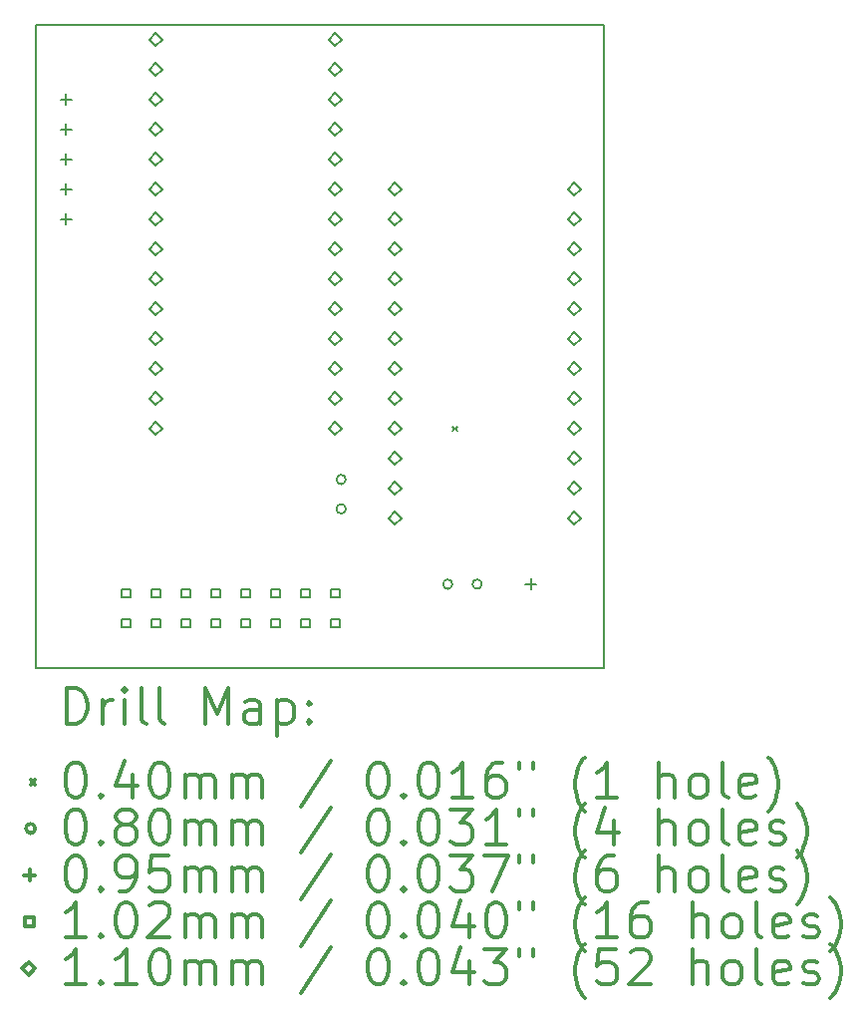
<source format=gbr>
%FSLAX45Y45*%
G04 Gerber Fmt 4.5, Leading zero omitted, Abs format (unit mm)*
G04 Created by KiCad (PCBNEW 4.0.7) date 09/16/17 19:45:39*
%MOMM*%
%LPD*%
G01*
G04 APERTURE LIST*
%ADD10C,0.127000*%
%ADD11C,0.150000*%
%ADD12C,0.200000*%
%ADD13C,0.300000*%
G04 APERTURE END LIST*
D10*
D11*
X4826000Y0D02*
X0Y0D01*
X4826000Y5461000D02*
X4826000Y0D01*
X0Y5461000D02*
X4826000Y5461000D01*
X0Y0D02*
X0Y5461000D01*
D12*
X3536000Y2052000D02*
X3576000Y2012000D01*
X3576000Y2052000D02*
X3536000Y2012000D01*
X2630800Y1600200D02*
G75*
G03X2630800Y1600200I-40000J0D01*
G01*
X2630800Y1350200D02*
G75*
G03X2630800Y1350200I-40000J0D01*
G01*
X3536500Y711200D02*
G75*
G03X3536500Y711200I-40000J0D01*
G01*
X3786500Y711200D02*
G75*
G03X3786500Y711200I-40000J0D01*
G01*
X254000Y4873500D02*
X254000Y4778500D01*
X206500Y4826000D02*
X301500Y4826000D01*
X254000Y4619500D02*
X254000Y4524500D01*
X206500Y4572000D02*
X301500Y4572000D01*
X254000Y4365500D02*
X254000Y4270500D01*
X206500Y4318000D02*
X301500Y4318000D01*
X254000Y4111500D02*
X254000Y4016500D01*
X206500Y4064000D02*
X301500Y4064000D01*
X254000Y3857500D02*
X254000Y3762500D01*
X206500Y3810000D02*
X301500Y3810000D01*
X4203700Y758700D02*
X4203700Y663700D01*
X4156200Y711200D02*
X4251200Y711200D01*
X797921Y599079D02*
X797921Y670921D01*
X726079Y670921D01*
X726079Y599079D01*
X797921Y599079D01*
X797921Y345079D02*
X797921Y416921D01*
X726079Y416921D01*
X726079Y345079D01*
X797921Y345079D01*
X1051921Y599079D02*
X1051921Y670921D01*
X980079Y670921D01*
X980079Y599079D01*
X1051921Y599079D01*
X1051921Y345079D02*
X1051921Y416921D01*
X980079Y416921D01*
X980079Y345079D01*
X1051921Y345079D01*
X1305921Y599079D02*
X1305921Y670921D01*
X1234079Y670921D01*
X1234079Y599079D01*
X1305921Y599079D01*
X1305921Y345079D02*
X1305921Y416921D01*
X1234079Y416921D01*
X1234079Y345079D01*
X1305921Y345079D01*
X1559921Y599079D02*
X1559921Y670921D01*
X1488079Y670921D01*
X1488079Y599079D01*
X1559921Y599079D01*
X1559921Y345079D02*
X1559921Y416921D01*
X1488079Y416921D01*
X1488079Y345079D01*
X1559921Y345079D01*
X1813921Y599079D02*
X1813921Y670921D01*
X1742079Y670921D01*
X1742079Y599079D01*
X1813921Y599079D01*
X1813921Y345079D02*
X1813921Y416921D01*
X1742079Y416921D01*
X1742079Y345079D01*
X1813921Y345079D01*
X2067921Y599079D02*
X2067921Y670921D01*
X1996079Y670921D01*
X1996079Y599079D01*
X2067921Y599079D01*
X2067921Y345079D02*
X2067921Y416921D01*
X1996079Y416921D01*
X1996079Y345079D01*
X2067921Y345079D01*
X2321921Y599079D02*
X2321921Y670921D01*
X2250079Y670921D01*
X2250079Y599079D01*
X2321921Y599079D01*
X2321921Y345079D02*
X2321921Y416921D01*
X2250079Y416921D01*
X2250079Y345079D01*
X2321921Y345079D01*
X2575921Y599079D02*
X2575921Y670921D01*
X2504079Y670921D01*
X2504079Y599079D01*
X2575921Y599079D01*
X2575921Y345079D02*
X2575921Y416921D01*
X2504079Y416921D01*
X2504079Y345079D01*
X2575921Y345079D01*
X1016000Y5279000D02*
X1071000Y5334000D01*
X1016000Y5389000D01*
X961000Y5334000D01*
X1016000Y5279000D01*
X1016000Y5025000D02*
X1071000Y5080000D01*
X1016000Y5135000D01*
X961000Y5080000D01*
X1016000Y5025000D01*
X1016000Y4771000D02*
X1071000Y4826000D01*
X1016000Y4881000D01*
X961000Y4826000D01*
X1016000Y4771000D01*
X1016000Y4517000D02*
X1071000Y4572000D01*
X1016000Y4627000D01*
X961000Y4572000D01*
X1016000Y4517000D01*
X1016000Y4263000D02*
X1071000Y4318000D01*
X1016000Y4373000D01*
X961000Y4318000D01*
X1016000Y4263000D01*
X1016000Y4009000D02*
X1071000Y4064000D01*
X1016000Y4119000D01*
X961000Y4064000D01*
X1016000Y4009000D01*
X1016000Y3755000D02*
X1071000Y3810000D01*
X1016000Y3865000D01*
X961000Y3810000D01*
X1016000Y3755000D01*
X1016000Y3501000D02*
X1071000Y3556000D01*
X1016000Y3611000D01*
X961000Y3556000D01*
X1016000Y3501000D01*
X1016000Y3247000D02*
X1071000Y3302000D01*
X1016000Y3357000D01*
X961000Y3302000D01*
X1016000Y3247000D01*
X1016000Y2993000D02*
X1071000Y3048000D01*
X1016000Y3103000D01*
X961000Y3048000D01*
X1016000Y2993000D01*
X1016000Y2739000D02*
X1071000Y2794000D01*
X1016000Y2849000D01*
X961000Y2794000D01*
X1016000Y2739000D01*
X1016000Y2485000D02*
X1071000Y2540000D01*
X1016000Y2595000D01*
X961000Y2540000D01*
X1016000Y2485000D01*
X1016000Y2231000D02*
X1071000Y2286000D01*
X1016000Y2341000D01*
X961000Y2286000D01*
X1016000Y2231000D01*
X1016000Y1977000D02*
X1071000Y2032000D01*
X1016000Y2087000D01*
X961000Y2032000D01*
X1016000Y1977000D01*
X2540000Y5279000D02*
X2595000Y5334000D01*
X2540000Y5389000D01*
X2485000Y5334000D01*
X2540000Y5279000D01*
X2540000Y5025000D02*
X2595000Y5080000D01*
X2540000Y5135000D01*
X2485000Y5080000D01*
X2540000Y5025000D01*
X2540000Y4771000D02*
X2595000Y4826000D01*
X2540000Y4881000D01*
X2485000Y4826000D01*
X2540000Y4771000D01*
X2540000Y4517000D02*
X2595000Y4572000D01*
X2540000Y4627000D01*
X2485000Y4572000D01*
X2540000Y4517000D01*
X2540000Y4263000D02*
X2595000Y4318000D01*
X2540000Y4373000D01*
X2485000Y4318000D01*
X2540000Y4263000D01*
X2540000Y4009000D02*
X2595000Y4064000D01*
X2540000Y4119000D01*
X2485000Y4064000D01*
X2540000Y4009000D01*
X2540000Y3755000D02*
X2595000Y3810000D01*
X2540000Y3865000D01*
X2485000Y3810000D01*
X2540000Y3755000D01*
X2540000Y3501000D02*
X2595000Y3556000D01*
X2540000Y3611000D01*
X2485000Y3556000D01*
X2540000Y3501000D01*
X2540000Y3247000D02*
X2595000Y3302000D01*
X2540000Y3357000D01*
X2485000Y3302000D01*
X2540000Y3247000D01*
X2540000Y2993000D02*
X2595000Y3048000D01*
X2540000Y3103000D01*
X2485000Y3048000D01*
X2540000Y2993000D01*
X2540000Y2739000D02*
X2595000Y2794000D01*
X2540000Y2849000D01*
X2485000Y2794000D01*
X2540000Y2739000D01*
X2540000Y2485000D02*
X2595000Y2540000D01*
X2540000Y2595000D01*
X2485000Y2540000D01*
X2540000Y2485000D01*
X2540000Y2231000D02*
X2595000Y2286000D01*
X2540000Y2341000D01*
X2485000Y2286000D01*
X2540000Y2231000D01*
X2540000Y1977000D02*
X2595000Y2032000D01*
X2540000Y2087000D01*
X2485000Y2032000D01*
X2540000Y1977000D01*
X3048000Y4009000D02*
X3103000Y4064000D01*
X3048000Y4119000D01*
X2993000Y4064000D01*
X3048000Y4009000D01*
X3048000Y3755000D02*
X3103000Y3810000D01*
X3048000Y3865000D01*
X2993000Y3810000D01*
X3048000Y3755000D01*
X3048000Y3501000D02*
X3103000Y3556000D01*
X3048000Y3611000D01*
X2993000Y3556000D01*
X3048000Y3501000D01*
X3048000Y3247000D02*
X3103000Y3302000D01*
X3048000Y3357000D01*
X2993000Y3302000D01*
X3048000Y3247000D01*
X3048000Y2993000D02*
X3103000Y3048000D01*
X3048000Y3103000D01*
X2993000Y3048000D01*
X3048000Y2993000D01*
X3048000Y2739000D02*
X3103000Y2794000D01*
X3048000Y2849000D01*
X2993000Y2794000D01*
X3048000Y2739000D01*
X3048000Y2485000D02*
X3103000Y2540000D01*
X3048000Y2595000D01*
X2993000Y2540000D01*
X3048000Y2485000D01*
X3048000Y2231000D02*
X3103000Y2286000D01*
X3048000Y2341000D01*
X2993000Y2286000D01*
X3048000Y2231000D01*
X3048000Y1977000D02*
X3103000Y2032000D01*
X3048000Y2087000D01*
X2993000Y2032000D01*
X3048000Y1977000D01*
X3048000Y1723000D02*
X3103000Y1778000D01*
X3048000Y1833000D01*
X2993000Y1778000D01*
X3048000Y1723000D01*
X3048000Y1469000D02*
X3103000Y1524000D01*
X3048000Y1579000D01*
X2993000Y1524000D01*
X3048000Y1469000D01*
X3048000Y1215000D02*
X3103000Y1270000D01*
X3048000Y1325000D01*
X2993000Y1270000D01*
X3048000Y1215000D01*
X4572000Y4009000D02*
X4627000Y4064000D01*
X4572000Y4119000D01*
X4517000Y4064000D01*
X4572000Y4009000D01*
X4572000Y3755000D02*
X4627000Y3810000D01*
X4572000Y3865000D01*
X4517000Y3810000D01*
X4572000Y3755000D01*
X4572000Y3501000D02*
X4627000Y3556000D01*
X4572000Y3611000D01*
X4517000Y3556000D01*
X4572000Y3501000D01*
X4572000Y3247000D02*
X4627000Y3302000D01*
X4572000Y3357000D01*
X4517000Y3302000D01*
X4572000Y3247000D01*
X4572000Y2993000D02*
X4627000Y3048000D01*
X4572000Y3103000D01*
X4517000Y3048000D01*
X4572000Y2993000D01*
X4572000Y2739000D02*
X4627000Y2794000D01*
X4572000Y2849000D01*
X4517000Y2794000D01*
X4572000Y2739000D01*
X4572000Y2485000D02*
X4627000Y2540000D01*
X4572000Y2595000D01*
X4517000Y2540000D01*
X4572000Y2485000D01*
X4572000Y2231000D02*
X4627000Y2286000D01*
X4572000Y2341000D01*
X4517000Y2286000D01*
X4572000Y2231000D01*
X4572000Y1977000D02*
X4627000Y2032000D01*
X4572000Y2087000D01*
X4517000Y2032000D01*
X4572000Y1977000D01*
X4572000Y1723000D02*
X4627000Y1778000D01*
X4572000Y1833000D01*
X4517000Y1778000D01*
X4572000Y1723000D01*
X4572000Y1469000D02*
X4627000Y1524000D01*
X4572000Y1579000D01*
X4517000Y1524000D01*
X4572000Y1469000D01*
X4572000Y1215000D02*
X4627000Y1270000D01*
X4572000Y1325000D01*
X4517000Y1270000D01*
X4572000Y1215000D01*
D13*
X263929Y-473214D02*
X263929Y-173214D01*
X335357Y-173214D01*
X378214Y-187500D01*
X406786Y-216071D01*
X421071Y-244643D01*
X435357Y-301786D01*
X435357Y-344643D01*
X421071Y-401786D01*
X406786Y-430357D01*
X378214Y-458929D01*
X335357Y-473214D01*
X263929Y-473214D01*
X563929Y-473214D02*
X563929Y-273214D01*
X563929Y-330357D02*
X578214Y-301786D01*
X592500Y-287500D01*
X621071Y-273214D01*
X649643Y-273214D01*
X749643Y-473214D02*
X749643Y-273214D01*
X749643Y-173214D02*
X735357Y-187500D01*
X749643Y-201786D01*
X763928Y-187500D01*
X749643Y-173214D01*
X749643Y-201786D01*
X935357Y-473214D02*
X906786Y-458929D01*
X892500Y-430357D01*
X892500Y-173214D01*
X1092500Y-473214D02*
X1063929Y-458929D01*
X1049643Y-430357D01*
X1049643Y-173214D01*
X1435357Y-473214D02*
X1435357Y-173214D01*
X1535357Y-387500D01*
X1635357Y-173214D01*
X1635357Y-473214D01*
X1906786Y-473214D02*
X1906786Y-316072D01*
X1892500Y-287500D01*
X1863928Y-273214D01*
X1806786Y-273214D01*
X1778214Y-287500D01*
X1906786Y-458929D02*
X1878214Y-473214D01*
X1806786Y-473214D01*
X1778214Y-458929D01*
X1763928Y-430357D01*
X1763928Y-401786D01*
X1778214Y-373214D01*
X1806786Y-358929D01*
X1878214Y-358929D01*
X1906786Y-344643D01*
X2049643Y-273214D02*
X2049643Y-573214D01*
X2049643Y-287500D02*
X2078214Y-273214D01*
X2135357Y-273214D01*
X2163929Y-287500D01*
X2178214Y-301786D01*
X2192500Y-330357D01*
X2192500Y-416071D01*
X2178214Y-444643D01*
X2163929Y-458929D01*
X2135357Y-473214D01*
X2078214Y-473214D01*
X2049643Y-458929D01*
X2321071Y-444643D02*
X2335357Y-458929D01*
X2321071Y-473214D01*
X2306786Y-458929D01*
X2321071Y-444643D01*
X2321071Y-473214D01*
X2321071Y-287500D02*
X2335357Y-301786D01*
X2321071Y-316072D01*
X2306786Y-301786D01*
X2321071Y-287500D01*
X2321071Y-316072D01*
X-47500Y-947500D02*
X-7500Y-987500D01*
X-7500Y-947500D02*
X-47500Y-987500D01*
X321071Y-803214D02*
X349643Y-803214D01*
X378214Y-817500D01*
X392500Y-831786D01*
X406786Y-860357D01*
X421071Y-917500D01*
X421071Y-988929D01*
X406786Y-1046071D01*
X392500Y-1074643D01*
X378214Y-1088929D01*
X349643Y-1103214D01*
X321071Y-1103214D01*
X292500Y-1088929D01*
X278214Y-1074643D01*
X263929Y-1046071D01*
X249643Y-988929D01*
X249643Y-917500D01*
X263929Y-860357D01*
X278214Y-831786D01*
X292500Y-817500D01*
X321071Y-803214D01*
X549643Y-1074643D02*
X563929Y-1088929D01*
X549643Y-1103214D01*
X535357Y-1088929D01*
X549643Y-1074643D01*
X549643Y-1103214D01*
X821071Y-903214D02*
X821071Y-1103214D01*
X749643Y-788929D02*
X678214Y-1003214D01*
X863928Y-1003214D01*
X1035357Y-803214D02*
X1063929Y-803214D01*
X1092500Y-817500D01*
X1106786Y-831786D01*
X1121071Y-860357D01*
X1135357Y-917500D01*
X1135357Y-988929D01*
X1121071Y-1046071D01*
X1106786Y-1074643D01*
X1092500Y-1088929D01*
X1063929Y-1103214D01*
X1035357Y-1103214D01*
X1006786Y-1088929D01*
X992500Y-1074643D01*
X978214Y-1046071D01*
X963928Y-988929D01*
X963928Y-917500D01*
X978214Y-860357D01*
X992500Y-831786D01*
X1006786Y-817500D01*
X1035357Y-803214D01*
X1263929Y-1103214D02*
X1263929Y-903214D01*
X1263929Y-931786D02*
X1278214Y-917500D01*
X1306786Y-903214D01*
X1349643Y-903214D01*
X1378214Y-917500D01*
X1392500Y-946071D01*
X1392500Y-1103214D01*
X1392500Y-946071D02*
X1406786Y-917500D01*
X1435357Y-903214D01*
X1478214Y-903214D01*
X1506786Y-917500D01*
X1521071Y-946071D01*
X1521071Y-1103214D01*
X1663928Y-1103214D02*
X1663928Y-903214D01*
X1663928Y-931786D02*
X1678214Y-917500D01*
X1706786Y-903214D01*
X1749643Y-903214D01*
X1778214Y-917500D01*
X1792500Y-946071D01*
X1792500Y-1103214D01*
X1792500Y-946071D02*
X1806786Y-917500D01*
X1835357Y-903214D01*
X1878214Y-903214D01*
X1906786Y-917500D01*
X1921071Y-946071D01*
X1921071Y-1103214D01*
X2506786Y-788929D02*
X2249643Y-1174643D01*
X2892500Y-803214D02*
X2921071Y-803214D01*
X2949643Y-817500D01*
X2963928Y-831786D01*
X2978214Y-860357D01*
X2992500Y-917500D01*
X2992500Y-988929D01*
X2978214Y-1046071D01*
X2963928Y-1074643D01*
X2949643Y-1088929D01*
X2921071Y-1103214D01*
X2892500Y-1103214D01*
X2863928Y-1088929D01*
X2849643Y-1074643D01*
X2835357Y-1046071D01*
X2821071Y-988929D01*
X2821071Y-917500D01*
X2835357Y-860357D01*
X2849643Y-831786D01*
X2863928Y-817500D01*
X2892500Y-803214D01*
X3121071Y-1074643D02*
X3135357Y-1088929D01*
X3121071Y-1103214D01*
X3106786Y-1088929D01*
X3121071Y-1074643D01*
X3121071Y-1103214D01*
X3321071Y-803214D02*
X3349643Y-803214D01*
X3378214Y-817500D01*
X3392500Y-831786D01*
X3406785Y-860357D01*
X3421071Y-917500D01*
X3421071Y-988929D01*
X3406785Y-1046071D01*
X3392500Y-1074643D01*
X3378214Y-1088929D01*
X3349643Y-1103214D01*
X3321071Y-1103214D01*
X3292500Y-1088929D01*
X3278214Y-1074643D01*
X3263928Y-1046071D01*
X3249643Y-988929D01*
X3249643Y-917500D01*
X3263928Y-860357D01*
X3278214Y-831786D01*
X3292500Y-817500D01*
X3321071Y-803214D01*
X3706785Y-1103214D02*
X3535357Y-1103214D01*
X3621071Y-1103214D02*
X3621071Y-803214D01*
X3592500Y-846071D01*
X3563928Y-874643D01*
X3535357Y-888929D01*
X3963928Y-803214D02*
X3906785Y-803214D01*
X3878214Y-817500D01*
X3863928Y-831786D01*
X3835357Y-874643D01*
X3821071Y-931786D01*
X3821071Y-1046071D01*
X3835357Y-1074643D01*
X3849643Y-1088929D01*
X3878214Y-1103214D01*
X3935357Y-1103214D01*
X3963928Y-1088929D01*
X3978214Y-1074643D01*
X3992500Y-1046071D01*
X3992500Y-974643D01*
X3978214Y-946071D01*
X3963928Y-931786D01*
X3935357Y-917500D01*
X3878214Y-917500D01*
X3849643Y-931786D01*
X3835357Y-946071D01*
X3821071Y-974643D01*
X4106786Y-803214D02*
X4106786Y-860357D01*
X4221071Y-803214D02*
X4221071Y-860357D01*
X4663928Y-1217500D02*
X4649643Y-1203214D01*
X4621071Y-1160357D01*
X4606786Y-1131786D01*
X4592500Y-1088929D01*
X4578214Y-1017500D01*
X4578214Y-960357D01*
X4592500Y-888929D01*
X4606786Y-846071D01*
X4621071Y-817500D01*
X4649643Y-774643D01*
X4663928Y-760357D01*
X4935357Y-1103214D02*
X4763928Y-1103214D01*
X4849643Y-1103214D02*
X4849643Y-803214D01*
X4821071Y-846071D01*
X4792500Y-874643D01*
X4763928Y-888929D01*
X5292500Y-1103214D02*
X5292500Y-803214D01*
X5421071Y-1103214D02*
X5421071Y-946071D01*
X5406786Y-917500D01*
X5378214Y-903214D01*
X5335357Y-903214D01*
X5306786Y-917500D01*
X5292500Y-931786D01*
X5606785Y-1103214D02*
X5578214Y-1088929D01*
X5563928Y-1074643D01*
X5549643Y-1046071D01*
X5549643Y-960357D01*
X5563928Y-931786D01*
X5578214Y-917500D01*
X5606785Y-903214D01*
X5649643Y-903214D01*
X5678214Y-917500D01*
X5692500Y-931786D01*
X5706785Y-960357D01*
X5706785Y-1046071D01*
X5692500Y-1074643D01*
X5678214Y-1088929D01*
X5649643Y-1103214D01*
X5606785Y-1103214D01*
X5878214Y-1103214D02*
X5849643Y-1088929D01*
X5835357Y-1060357D01*
X5835357Y-803214D01*
X6106786Y-1088929D02*
X6078214Y-1103214D01*
X6021071Y-1103214D01*
X5992500Y-1088929D01*
X5978214Y-1060357D01*
X5978214Y-946071D01*
X5992500Y-917500D01*
X6021071Y-903214D01*
X6078214Y-903214D01*
X6106786Y-917500D01*
X6121071Y-946071D01*
X6121071Y-974643D01*
X5978214Y-1003214D01*
X6221071Y-1217500D02*
X6235357Y-1203214D01*
X6263928Y-1160357D01*
X6278214Y-1131786D01*
X6292500Y-1088929D01*
X6306786Y-1017500D01*
X6306786Y-960357D01*
X6292500Y-888929D01*
X6278214Y-846071D01*
X6263928Y-817500D01*
X6235357Y-774643D01*
X6221071Y-760357D01*
X-7500Y-1363500D02*
G75*
G03X-7500Y-1363500I-40000J0D01*
G01*
X321071Y-1199214D02*
X349643Y-1199214D01*
X378214Y-1213500D01*
X392500Y-1227786D01*
X406786Y-1256357D01*
X421071Y-1313500D01*
X421071Y-1384929D01*
X406786Y-1442071D01*
X392500Y-1470643D01*
X378214Y-1484929D01*
X349643Y-1499214D01*
X321071Y-1499214D01*
X292500Y-1484929D01*
X278214Y-1470643D01*
X263929Y-1442071D01*
X249643Y-1384929D01*
X249643Y-1313500D01*
X263929Y-1256357D01*
X278214Y-1227786D01*
X292500Y-1213500D01*
X321071Y-1199214D01*
X549643Y-1470643D02*
X563929Y-1484929D01*
X549643Y-1499214D01*
X535357Y-1484929D01*
X549643Y-1470643D01*
X549643Y-1499214D01*
X735357Y-1327786D02*
X706786Y-1313500D01*
X692500Y-1299214D01*
X678214Y-1270643D01*
X678214Y-1256357D01*
X692500Y-1227786D01*
X706786Y-1213500D01*
X735357Y-1199214D01*
X792500Y-1199214D01*
X821071Y-1213500D01*
X835357Y-1227786D01*
X849643Y-1256357D01*
X849643Y-1270643D01*
X835357Y-1299214D01*
X821071Y-1313500D01*
X792500Y-1327786D01*
X735357Y-1327786D01*
X706786Y-1342072D01*
X692500Y-1356357D01*
X678214Y-1384929D01*
X678214Y-1442071D01*
X692500Y-1470643D01*
X706786Y-1484929D01*
X735357Y-1499214D01*
X792500Y-1499214D01*
X821071Y-1484929D01*
X835357Y-1470643D01*
X849643Y-1442071D01*
X849643Y-1384929D01*
X835357Y-1356357D01*
X821071Y-1342072D01*
X792500Y-1327786D01*
X1035357Y-1199214D02*
X1063929Y-1199214D01*
X1092500Y-1213500D01*
X1106786Y-1227786D01*
X1121071Y-1256357D01*
X1135357Y-1313500D01*
X1135357Y-1384929D01*
X1121071Y-1442071D01*
X1106786Y-1470643D01*
X1092500Y-1484929D01*
X1063929Y-1499214D01*
X1035357Y-1499214D01*
X1006786Y-1484929D01*
X992500Y-1470643D01*
X978214Y-1442071D01*
X963928Y-1384929D01*
X963928Y-1313500D01*
X978214Y-1256357D01*
X992500Y-1227786D01*
X1006786Y-1213500D01*
X1035357Y-1199214D01*
X1263929Y-1499214D02*
X1263929Y-1299214D01*
X1263929Y-1327786D02*
X1278214Y-1313500D01*
X1306786Y-1299214D01*
X1349643Y-1299214D01*
X1378214Y-1313500D01*
X1392500Y-1342072D01*
X1392500Y-1499214D01*
X1392500Y-1342072D02*
X1406786Y-1313500D01*
X1435357Y-1299214D01*
X1478214Y-1299214D01*
X1506786Y-1313500D01*
X1521071Y-1342072D01*
X1521071Y-1499214D01*
X1663928Y-1499214D02*
X1663928Y-1299214D01*
X1663928Y-1327786D02*
X1678214Y-1313500D01*
X1706786Y-1299214D01*
X1749643Y-1299214D01*
X1778214Y-1313500D01*
X1792500Y-1342072D01*
X1792500Y-1499214D01*
X1792500Y-1342072D02*
X1806786Y-1313500D01*
X1835357Y-1299214D01*
X1878214Y-1299214D01*
X1906786Y-1313500D01*
X1921071Y-1342072D01*
X1921071Y-1499214D01*
X2506786Y-1184929D02*
X2249643Y-1570643D01*
X2892500Y-1199214D02*
X2921071Y-1199214D01*
X2949643Y-1213500D01*
X2963928Y-1227786D01*
X2978214Y-1256357D01*
X2992500Y-1313500D01*
X2992500Y-1384929D01*
X2978214Y-1442071D01*
X2963928Y-1470643D01*
X2949643Y-1484929D01*
X2921071Y-1499214D01*
X2892500Y-1499214D01*
X2863928Y-1484929D01*
X2849643Y-1470643D01*
X2835357Y-1442071D01*
X2821071Y-1384929D01*
X2821071Y-1313500D01*
X2835357Y-1256357D01*
X2849643Y-1227786D01*
X2863928Y-1213500D01*
X2892500Y-1199214D01*
X3121071Y-1470643D02*
X3135357Y-1484929D01*
X3121071Y-1499214D01*
X3106786Y-1484929D01*
X3121071Y-1470643D01*
X3121071Y-1499214D01*
X3321071Y-1199214D02*
X3349643Y-1199214D01*
X3378214Y-1213500D01*
X3392500Y-1227786D01*
X3406785Y-1256357D01*
X3421071Y-1313500D01*
X3421071Y-1384929D01*
X3406785Y-1442071D01*
X3392500Y-1470643D01*
X3378214Y-1484929D01*
X3349643Y-1499214D01*
X3321071Y-1499214D01*
X3292500Y-1484929D01*
X3278214Y-1470643D01*
X3263928Y-1442071D01*
X3249643Y-1384929D01*
X3249643Y-1313500D01*
X3263928Y-1256357D01*
X3278214Y-1227786D01*
X3292500Y-1213500D01*
X3321071Y-1199214D01*
X3521071Y-1199214D02*
X3706785Y-1199214D01*
X3606785Y-1313500D01*
X3649643Y-1313500D01*
X3678214Y-1327786D01*
X3692500Y-1342072D01*
X3706785Y-1370643D01*
X3706785Y-1442071D01*
X3692500Y-1470643D01*
X3678214Y-1484929D01*
X3649643Y-1499214D01*
X3563928Y-1499214D01*
X3535357Y-1484929D01*
X3521071Y-1470643D01*
X3992500Y-1499214D02*
X3821071Y-1499214D01*
X3906785Y-1499214D02*
X3906785Y-1199214D01*
X3878214Y-1242072D01*
X3849643Y-1270643D01*
X3821071Y-1284929D01*
X4106786Y-1199214D02*
X4106786Y-1256357D01*
X4221071Y-1199214D02*
X4221071Y-1256357D01*
X4663928Y-1613500D02*
X4649643Y-1599214D01*
X4621071Y-1556357D01*
X4606786Y-1527786D01*
X4592500Y-1484929D01*
X4578214Y-1413500D01*
X4578214Y-1356357D01*
X4592500Y-1284929D01*
X4606786Y-1242072D01*
X4621071Y-1213500D01*
X4649643Y-1170643D01*
X4663928Y-1156357D01*
X4906786Y-1299214D02*
X4906786Y-1499214D01*
X4835357Y-1184929D02*
X4763928Y-1399214D01*
X4949643Y-1399214D01*
X5292500Y-1499214D02*
X5292500Y-1199214D01*
X5421071Y-1499214D02*
X5421071Y-1342072D01*
X5406786Y-1313500D01*
X5378214Y-1299214D01*
X5335357Y-1299214D01*
X5306786Y-1313500D01*
X5292500Y-1327786D01*
X5606785Y-1499214D02*
X5578214Y-1484929D01*
X5563928Y-1470643D01*
X5549643Y-1442071D01*
X5549643Y-1356357D01*
X5563928Y-1327786D01*
X5578214Y-1313500D01*
X5606785Y-1299214D01*
X5649643Y-1299214D01*
X5678214Y-1313500D01*
X5692500Y-1327786D01*
X5706785Y-1356357D01*
X5706785Y-1442071D01*
X5692500Y-1470643D01*
X5678214Y-1484929D01*
X5649643Y-1499214D01*
X5606785Y-1499214D01*
X5878214Y-1499214D02*
X5849643Y-1484929D01*
X5835357Y-1456357D01*
X5835357Y-1199214D01*
X6106786Y-1484929D02*
X6078214Y-1499214D01*
X6021071Y-1499214D01*
X5992500Y-1484929D01*
X5978214Y-1456357D01*
X5978214Y-1342072D01*
X5992500Y-1313500D01*
X6021071Y-1299214D01*
X6078214Y-1299214D01*
X6106786Y-1313500D01*
X6121071Y-1342072D01*
X6121071Y-1370643D01*
X5978214Y-1399214D01*
X6235357Y-1484929D02*
X6263928Y-1499214D01*
X6321071Y-1499214D01*
X6349643Y-1484929D01*
X6363928Y-1456357D01*
X6363928Y-1442071D01*
X6349643Y-1413500D01*
X6321071Y-1399214D01*
X6278214Y-1399214D01*
X6249643Y-1384929D01*
X6235357Y-1356357D01*
X6235357Y-1342072D01*
X6249643Y-1313500D01*
X6278214Y-1299214D01*
X6321071Y-1299214D01*
X6349643Y-1313500D01*
X6463928Y-1613500D02*
X6478214Y-1599214D01*
X6506786Y-1556357D01*
X6521071Y-1527786D01*
X6535357Y-1484929D01*
X6549643Y-1413500D01*
X6549643Y-1356357D01*
X6535357Y-1284929D01*
X6521071Y-1242072D01*
X6506786Y-1213500D01*
X6478214Y-1170643D01*
X6463928Y-1156357D01*
X-55000Y-1712000D02*
X-55000Y-1807000D01*
X-102500Y-1759500D02*
X-7500Y-1759500D01*
X321071Y-1595214D02*
X349643Y-1595214D01*
X378214Y-1609500D01*
X392500Y-1623786D01*
X406786Y-1652357D01*
X421071Y-1709500D01*
X421071Y-1780929D01*
X406786Y-1838071D01*
X392500Y-1866643D01*
X378214Y-1880929D01*
X349643Y-1895214D01*
X321071Y-1895214D01*
X292500Y-1880929D01*
X278214Y-1866643D01*
X263929Y-1838071D01*
X249643Y-1780929D01*
X249643Y-1709500D01*
X263929Y-1652357D01*
X278214Y-1623786D01*
X292500Y-1609500D01*
X321071Y-1595214D01*
X549643Y-1866643D02*
X563929Y-1880929D01*
X549643Y-1895214D01*
X535357Y-1880929D01*
X549643Y-1866643D01*
X549643Y-1895214D01*
X706786Y-1895214D02*
X763928Y-1895214D01*
X792500Y-1880929D01*
X806786Y-1866643D01*
X835357Y-1823786D01*
X849643Y-1766643D01*
X849643Y-1652357D01*
X835357Y-1623786D01*
X821071Y-1609500D01*
X792500Y-1595214D01*
X735357Y-1595214D01*
X706786Y-1609500D01*
X692500Y-1623786D01*
X678214Y-1652357D01*
X678214Y-1723786D01*
X692500Y-1752357D01*
X706786Y-1766643D01*
X735357Y-1780929D01*
X792500Y-1780929D01*
X821071Y-1766643D01*
X835357Y-1752357D01*
X849643Y-1723786D01*
X1121071Y-1595214D02*
X978214Y-1595214D01*
X963928Y-1738071D01*
X978214Y-1723786D01*
X1006786Y-1709500D01*
X1078214Y-1709500D01*
X1106786Y-1723786D01*
X1121071Y-1738071D01*
X1135357Y-1766643D01*
X1135357Y-1838071D01*
X1121071Y-1866643D01*
X1106786Y-1880929D01*
X1078214Y-1895214D01*
X1006786Y-1895214D01*
X978214Y-1880929D01*
X963928Y-1866643D01*
X1263929Y-1895214D02*
X1263929Y-1695214D01*
X1263929Y-1723786D02*
X1278214Y-1709500D01*
X1306786Y-1695214D01*
X1349643Y-1695214D01*
X1378214Y-1709500D01*
X1392500Y-1738071D01*
X1392500Y-1895214D01*
X1392500Y-1738071D02*
X1406786Y-1709500D01*
X1435357Y-1695214D01*
X1478214Y-1695214D01*
X1506786Y-1709500D01*
X1521071Y-1738071D01*
X1521071Y-1895214D01*
X1663928Y-1895214D02*
X1663928Y-1695214D01*
X1663928Y-1723786D02*
X1678214Y-1709500D01*
X1706786Y-1695214D01*
X1749643Y-1695214D01*
X1778214Y-1709500D01*
X1792500Y-1738071D01*
X1792500Y-1895214D01*
X1792500Y-1738071D02*
X1806786Y-1709500D01*
X1835357Y-1695214D01*
X1878214Y-1695214D01*
X1906786Y-1709500D01*
X1921071Y-1738071D01*
X1921071Y-1895214D01*
X2506786Y-1580929D02*
X2249643Y-1966643D01*
X2892500Y-1595214D02*
X2921071Y-1595214D01*
X2949643Y-1609500D01*
X2963928Y-1623786D01*
X2978214Y-1652357D01*
X2992500Y-1709500D01*
X2992500Y-1780929D01*
X2978214Y-1838071D01*
X2963928Y-1866643D01*
X2949643Y-1880929D01*
X2921071Y-1895214D01*
X2892500Y-1895214D01*
X2863928Y-1880929D01*
X2849643Y-1866643D01*
X2835357Y-1838071D01*
X2821071Y-1780929D01*
X2821071Y-1709500D01*
X2835357Y-1652357D01*
X2849643Y-1623786D01*
X2863928Y-1609500D01*
X2892500Y-1595214D01*
X3121071Y-1866643D02*
X3135357Y-1880929D01*
X3121071Y-1895214D01*
X3106786Y-1880929D01*
X3121071Y-1866643D01*
X3121071Y-1895214D01*
X3321071Y-1595214D02*
X3349643Y-1595214D01*
X3378214Y-1609500D01*
X3392500Y-1623786D01*
X3406785Y-1652357D01*
X3421071Y-1709500D01*
X3421071Y-1780929D01*
X3406785Y-1838071D01*
X3392500Y-1866643D01*
X3378214Y-1880929D01*
X3349643Y-1895214D01*
X3321071Y-1895214D01*
X3292500Y-1880929D01*
X3278214Y-1866643D01*
X3263928Y-1838071D01*
X3249643Y-1780929D01*
X3249643Y-1709500D01*
X3263928Y-1652357D01*
X3278214Y-1623786D01*
X3292500Y-1609500D01*
X3321071Y-1595214D01*
X3521071Y-1595214D02*
X3706785Y-1595214D01*
X3606785Y-1709500D01*
X3649643Y-1709500D01*
X3678214Y-1723786D01*
X3692500Y-1738071D01*
X3706785Y-1766643D01*
X3706785Y-1838071D01*
X3692500Y-1866643D01*
X3678214Y-1880929D01*
X3649643Y-1895214D01*
X3563928Y-1895214D01*
X3535357Y-1880929D01*
X3521071Y-1866643D01*
X3806785Y-1595214D02*
X4006785Y-1595214D01*
X3878214Y-1895214D01*
X4106786Y-1595214D02*
X4106786Y-1652357D01*
X4221071Y-1595214D02*
X4221071Y-1652357D01*
X4663928Y-2009500D02*
X4649643Y-1995214D01*
X4621071Y-1952357D01*
X4606786Y-1923786D01*
X4592500Y-1880929D01*
X4578214Y-1809500D01*
X4578214Y-1752357D01*
X4592500Y-1680929D01*
X4606786Y-1638071D01*
X4621071Y-1609500D01*
X4649643Y-1566643D01*
X4663928Y-1552357D01*
X4906786Y-1595214D02*
X4849643Y-1595214D01*
X4821071Y-1609500D01*
X4806786Y-1623786D01*
X4778214Y-1666643D01*
X4763928Y-1723786D01*
X4763928Y-1838071D01*
X4778214Y-1866643D01*
X4792500Y-1880929D01*
X4821071Y-1895214D01*
X4878214Y-1895214D01*
X4906786Y-1880929D01*
X4921071Y-1866643D01*
X4935357Y-1838071D01*
X4935357Y-1766643D01*
X4921071Y-1738071D01*
X4906786Y-1723786D01*
X4878214Y-1709500D01*
X4821071Y-1709500D01*
X4792500Y-1723786D01*
X4778214Y-1738071D01*
X4763928Y-1766643D01*
X5292500Y-1895214D02*
X5292500Y-1595214D01*
X5421071Y-1895214D02*
X5421071Y-1738071D01*
X5406786Y-1709500D01*
X5378214Y-1695214D01*
X5335357Y-1695214D01*
X5306786Y-1709500D01*
X5292500Y-1723786D01*
X5606785Y-1895214D02*
X5578214Y-1880929D01*
X5563928Y-1866643D01*
X5549643Y-1838071D01*
X5549643Y-1752357D01*
X5563928Y-1723786D01*
X5578214Y-1709500D01*
X5606785Y-1695214D01*
X5649643Y-1695214D01*
X5678214Y-1709500D01*
X5692500Y-1723786D01*
X5706785Y-1752357D01*
X5706785Y-1838071D01*
X5692500Y-1866643D01*
X5678214Y-1880929D01*
X5649643Y-1895214D01*
X5606785Y-1895214D01*
X5878214Y-1895214D02*
X5849643Y-1880929D01*
X5835357Y-1852357D01*
X5835357Y-1595214D01*
X6106786Y-1880929D02*
X6078214Y-1895214D01*
X6021071Y-1895214D01*
X5992500Y-1880929D01*
X5978214Y-1852357D01*
X5978214Y-1738071D01*
X5992500Y-1709500D01*
X6021071Y-1695214D01*
X6078214Y-1695214D01*
X6106786Y-1709500D01*
X6121071Y-1738071D01*
X6121071Y-1766643D01*
X5978214Y-1795214D01*
X6235357Y-1880929D02*
X6263928Y-1895214D01*
X6321071Y-1895214D01*
X6349643Y-1880929D01*
X6363928Y-1852357D01*
X6363928Y-1838071D01*
X6349643Y-1809500D01*
X6321071Y-1795214D01*
X6278214Y-1795214D01*
X6249643Y-1780929D01*
X6235357Y-1752357D01*
X6235357Y-1738071D01*
X6249643Y-1709500D01*
X6278214Y-1695214D01*
X6321071Y-1695214D01*
X6349643Y-1709500D01*
X6463928Y-2009500D02*
X6478214Y-1995214D01*
X6506786Y-1952357D01*
X6521071Y-1923786D01*
X6535357Y-1880929D01*
X6549643Y-1809500D01*
X6549643Y-1752357D01*
X6535357Y-1680929D01*
X6521071Y-1638071D01*
X6506786Y-1609500D01*
X6478214Y-1566643D01*
X6463928Y-1552357D01*
X-22379Y-2191422D02*
X-22379Y-2119579D01*
X-94221Y-2119579D01*
X-94221Y-2191422D01*
X-22379Y-2191422D01*
X421071Y-2291214D02*
X249643Y-2291214D01*
X335357Y-2291214D02*
X335357Y-1991214D01*
X306786Y-2034071D01*
X278214Y-2062643D01*
X249643Y-2076929D01*
X549643Y-2262643D02*
X563929Y-2276929D01*
X549643Y-2291214D01*
X535357Y-2276929D01*
X549643Y-2262643D01*
X549643Y-2291214D01*
X749643Y-1991214D02*
X778214Y-1991214D01*
X806786Y-2005500D01*
X821071Y-2019786D01*
X835357Y-2048357D01*
X849643Y-2105500D01*
X849643Y-2176929D01*
X835357Y-2234072D01*
X821071Y-2262643D01*
X806786Y-2276929D01*
X778214Y-2291214D01*
X749643Y-2291214D01*
X721071Y-2276929D01*
X706786Y-2262643D01*
X692500Y-2234072D01*
X678214Y-2176929D01*
X678214Y-2105500D01*
X692500Y-2048357D01*
X706786Y-2019786D01*
X721071Y-2005500D01*
X749643Y-1991214D01*
X963928Y-2019786D02*
X978214Y-2005500D01*
X1006786Y-1991214D01*
X1078214Y-1991214D01*
X1106786Y-2005500D01*
X1121071Y-2019786D01*
X1135357Y-2048357D01*
X1135357Y-2076929D01*
X1121071Y-2119786D01*
X949643Y-2291214D01*
X1135357Y-2291214D01*
X1263929Y-2291214D02*
X1263929Y-2091214D01*
X1263929Y-2119786D02*
X1278214Y-2105500D01*
X1306786Y-2091214D01*
X1349643Y-2091214D01*
X1378214Y-2105500D01*
X1392500Y-2134072D01*
X1392500Y-2291214D01*
X1392500Y-2134072D02*
X1406786Y-2105500D01*
X1435357Y-2091214D01*
X1478214Y-2091214D01*
X1506786Y-2105500D01*
X1521071Y-2134072D01*
X1521071Y-2291214D01*
X1663928Y-2291214D02*
X1663928Y-2091214D01*
X1663928Y-2119786D02*
X1678214Y-2105500D01*
X1706786Y-2091214D01*
X1749643Y-2091214D01*
X1778214Y-2105500D01*
X1792500Y-2134072D01*
X1792500Y-2291214D01*
X1792500Y-2134072D02*
X1806786Y-2105500D01*
X1835357Y-2091214D01*
X1878214Y-2091214D01*
X1906786Y-2105500D01*
X1921071Y-2134072D01*
X1921071Y-2291214D01*
X2506786Y-1976929D02*
X2249643Y-2362643D01*
X2892500Y-1991214D02*
X2921071Y-1991214D01*
X2949643Y-2005500D01*
X2963928Y-2019786D01*
X2978214Y-2048357D01*
X2992500Y-2105500D01*
X2992500Y-2176929D01*
X2978214Y-2234072D01*
X2963928Y-2262643D01*
X2949643Y-2276929D01*
X2921071Y-2291214D01*
X2892500Y-2291214D01*
X2863928Y-2276929D01*
X2849643Y-2262643D01*
X2835357Y-2234072D01*
X2821071Y-2176929D01*
X2821071Y-2105500D01*
X2835357Y-2048357D01*
X2849643Y-2019786D01*
X2863928Y-2005500D01*
X2892500Y-1991214D01*
X3121071Y-2262643D02*
X3135357Y-2276929D01*
X3121071Y-2291214D01*
X3106786Y-2276929D01*
X3121071Y-2262643D01*
X3121071Y-2291214D01*
X3321071Y-1991214D02*
X3349643Y-1991214D01*
X3378214Y-2005500D01*
X3392500Y-2019786D01*
X3406785Y-2048357D01*
X3421071Y-2105500D01*
X3421071Y-2176929D01*
X3406785Y-2234072D01*
X3392500Y-2262643D01*
X3378214Y-2276929D01*
X3349643Y-2291214D01*
X3321071Y-2291214D01*
X3292500Y-2276929D01*
X3278214Y-2262643D01*
X3263928Y-2234072D01*
X3249643Y-2176929D01*
X3249643Y-2105500D01*
X3263928Y-2048357D01*
X3278214Y-2019786D01*
X3292500Y-2005500D01*
X3321071Y-1991214D01*
X3678214Y-2091214D02*
X3678214Y-2291214D01*
X3606785Y-1976929D02*
X3535357Y-2191214D01*
X3721071Y-2191214D01*
X3892500Y-1991214D02*
X3921071Y-1991214D01*
X3949643Y-2005500D01*
X3963928Y-2019786D01*
X3978214Y-2048357D01*
X3992500Y-2105500D01*
X3992500Y-2176929D01*
X3978214Y-2234072D01*
X3963928Y-2262643D01*
X3949643Y-2276929D01*
X3921071Y-2291214D01*
X3892500Y-2291214D01*
X3863928Y-2276929D01*
X3849643Y-2262643D01*
X3835357Y-2234072D01*
X3821071Y-2176929D01*
X3821071Y-2105500D01*
X3835357Y-2048357D01*
X3849643Y-2019786D01*
X3863928Y-2005500D01*
X3892500Y-1991214D01*
X4106786Y-1991214D02*
X4106786Y-2048357D01*
X4221071Y-1991214D02*
X4221071Y-2048357D01*
X4663928Y-2405500D02*
X4649643Y-2391214D01*
X4621071Y-2348357D01*
X4606786Y-2319786D01*
X4592500Y-2276929D01*
X4578214Y-2205500D01*
X4578214Y-2148357D01*
X4592500Y-2076929D01*
X4606786Y-2034071D01*
X4621071Y-2005500D01*
X4649643Y-1962643D01*
X4663928Y-1948357D01*
X4935357Y-2291214D02*
X4763928Y-2291214D01*
X4849643Y-2291214D02*
X4849643Y-1991214D01*
X4821071Y-2034071D01*
X4792500Y-2062643D01*
X4763928Y-2076929D01*
X5192500Y-1991214D02*
X5135357Y-1991214D01*
X5106786Y-2005500D01*
X5092500Y-2019786D01*
X5063928Y-2062643D01*
X5049643Y-2119786D01*
X5049643Y-2234072D01*
X5063928Y-2262643D01*
X5078214Y-2276929D01*
X5106786Y-2291214D01*
X5163928Y-2291214D01*
X5192500Y-2276929D01*
X5206786Y-2262643D01*
X5221071Y-2234072D01*
X5221071Y-2162643D01*
X5206786Y-2134072D01*
X5192500Y-2119786D01*
X5163928Y-2105500D01*
X5106786Y-2105500D01*
X5078214Y-2119786D01*
X5063928Y-2134072D01*
X5049643Y-2162643D01*
X5578214Y-2291214D02*
X5578214Y-1991214D01*
X5706785Y-2291214D02*
X5706785Y-2134072D01*
X5692500Y-2105500D01*
X5663928Y-2091214D01*
X5621071Y-2091214D01*
X5592500Y-2105500D01*
X5578214Y-2119786D01*
X5892500Y-2291214D02*
X5863928Y-2276929D01*
X5849643Y-2262643D01*
X5835357Y-2234072D01*
X5835357Y-2148357D01*
X5849643Y-2119786D01*
X5863928Y-2105500D01*
X5892500Y-2091214D01*
X5935357Y-2091214D01*
X5963928Y-2105500D01*
X5978214Y-2119786D01*
X5992500Y-2148357D01*
X5992500Y-2234072D01*
X5978214Y-2262643D01*
X5963928Y-2276929D01*
X5935357Y-2291214D01*
X5892500Y-2291214D01*
X6163928Y-2291214D02*
X6135357Y-2276929D01*
X6121071Y-2248357D01*
X6121071Y-1991214D01*
X6392500Y-2276929D02*
X6363928Y-2291214D01*
X6306786Y-2291214D01*
X6278214Y-2276929D01*
X6263928Y-2248357D01*
X6263928Y-2134072D01*
X6278214Y-2105500D01*
X6306786Y-2091214D01*
X6363928Y-2091214D01*
X6392500Y-2105500D01*
X6406786Y-2134072D01*
X6406786Y-2162643D01*
X6263928Y-2191214D01*
X6521071Y-2276929D02*
X6549643Y-2291214D01*
X6606786Y-2291214D01*
X6635357Y-2276929D01*
X6649643Y-2248357D01*
X6649643Y-2234072D01*
X6635357Y-2205500D01*
X6606786Y-2191214D01*
X6563928Y-2191214D01*
X6535357Y-2176929D01*
X6521071Y-2148357D01*
X6521071Y-2134072D01*
X6535357Y-2105500D01*
X6563928Y-2091214D01*
X6606786Y-2091214D01*
X6635357Y-2105500D01*
X6749643Y-2405500D02*
X6763928Y-2391214D01*
X6792500Y-2348357D01*
X6806786Y-2319786D01*
X6821071Y-2276929D01*
X6835357Y-2205500D01*
X6835357Y-2148357D01*
X6821071Y-2076929D01*
X6806786Y-2034071D01*
X6792500Y-2005500D01*
X6763928Y-1962643D01*
X6749643Y-1948357D01*
X-62500Y-2606500D02*
X-7500Y-2551500D01*
X-62500Y-2496500D01*
X-117500Y-2551500D01*
X-62500Y-2606500D01*
X421071Y-2687214D02*
X249643Y-2687214D01*
X335357Y-2687214D02*
X335357Y-2387214D01*
X306786Y-2430072D01*
X278214Y-2458643D01*
X249643Y-2472929D01*
X549643Y-2658643D02*
X563929Y-2672929D01*
X549643Y-2687214D01*
X535357Y-2672929D01*
X549643Y-2658643D01*
X549643Y-2687214D01*
X849643Y-2687214D02*
X678214Y-2687214D01*
X763928Y-2687214D02*
X763928Y-2387214D01*
X735357Y-2430072D01*
X706786Y-2458643D01*
X678214Y-2472929D01*
X1035357Y-2387214D02*
X1063929Y-2387214D01*
X1092500Y-2401500D01*
X1106786Y-2415786D01*
X1121071Y-2444357D01*
X1135357Y-2501500D01*
X1135357Y-2572929D01*
X1121071Y-2630072D01*
X1106786Y-2658643D01*
X1092500Y-2672929D01*
X1063929Y-2687214D01*
X1035357Y-2687214D01*
X1006786Y-2672929D01*
X992500Y-2658643D01*
X978214Y-2630072D01*
X963928Y-2572929D01*
X963928Y-2501500D01*
X978214Y-2444357D01*
X992500Y-2415786D01*
X1006786Y-2401500D01*
X1035357Y-2387214D01*
X1263929Y-2687214D02*
X1263929Y-2487214D01*
X1263929Y-2515786D02*
X1278214Y-2501500D01*
X1306786Y-2487214D01*
X1349643Y-2487214D01*
X1378214Y-2501500D01*
X1392500Y-2530072D01*
X1392500Y-2687214D01*
X1392500Y-2530072D02*
X1406786Y-2501500D01*
X1435357Y-2487214D01*
X1478214Y-2487214D01*
X1506786Y-2501500D01*
X1521071Y-2530072D01*
X1521071Y-2687214D01*
X1663928Y-2687214D02*
X1663928Y-2487214D01*
X1663928Y-2515786D02*
X1678214Y-2501500D01*
X1706786Y-2487214D01*
X1749643Y-2487214D01*
X1778214Y-2501500D01*
X1792500Y-2530072D01*
X1792500Y-2687214D01*
X1792500Y-2530072D02*
X1806786Y-2501500D01*
X1835357Y-2487214D01*
X1878214Y-2487214D01*
X1906786Y-2501500D01*
X1921071Y-2530072D01*
X1921071Y-2687214D01*
X2506786Y-2372929D02*
X2249643Y-2758643D01*
X2892500Y-2387214D02*
X2921071Y-2387214D01*
X2949643Y-2401500D01*
X2963928Y-2415786D01*
X2978214Y-2444357D01*
X2992500Y-2501500D01*
X2992500Y-2572929D01*
X2978214Y-2630072D01*
X2963928Y-2658643D01*
X2949643Y-2672929D01*
X2921071Y-2687214D01*
X2892500Y-2687214D01*
X2863928Y-2672929D01*
X2849643Y-2658643D01*
X2835357Y-2630072D01*
X2821071Y-2572929D01*
X2821071Y-2501500D01*
X2835357Y-2444357D01*
X2849643Y-2415786D01*
X2863928Y-2401500D01*
X2892500Y-2387214D01*
X3121071Y-2658643D02*
X3135357Y-2672929D01*
X3121071Y-2687214D01*
X3106786Y-2672929D01*
X3121071Y-2658643D01*
X3121071Y-2687214D01*
X3321071Y-2387214D02*
X3349643Y-2387214D01*
X3378214Y-2401500D01*
X3392500Y-2415786D01*
X3406785Y-2444357D01*
X3421071Y-2501500D01*
X3421071Y-2572929D01*
X3406785Y-2630072D01*
X3392500Y-2658643D01*
X3378214Y-2672929D01*
X3349643Y-2687214D01*
X3321071Y-2687214D01*
X3292500Y-2672929D01*
X3278214Y-2658643D01*
X3263928Y-2630072D01*
X3249643Y-2572929D01*
X3249643Y-2501500D01*
X3263928Y-2444357D01*
X3278214Y-2415786D01*
X3292500Y-2401500D01*
X3321071Y-2387214D01*
X3678214Y-2487214D02*
X3678214Y-2687214D01*
X3606785Y-2372929D02*
X3535357Y-2587214D01*
X3721071Y-2587214D01*
X3806785Y-2387214D02*
X3992500Y-2387214D01*
X3892500Y-2501500D01*
X3935357Y-2501500D01*
X3963928Y-2515786D01*
X3978214Y-2530072D01*
X3992500Y-2558643D01*
X3992500Y-2630072D01*
X3978214Y-2658643D01*
X3963928Y-2672929D01*
X3935357Y-2687214D01*
X3849643Y-2687214D01*
X3821071Y-2672929D01*
X3806785Y-2658643D01*
X4106786Y-2387214D02*
X4106786Y-2444357D01*
X4221071Y-2387214D02*
X4221071Y-2444357D01*
X4663928Y-2801500D02*
X4649643Y-2787214D01*
X4621071Y-2744357D01*
X4606786Y-2715786D01*
X4592500Y-2672929D01*
X4578214Y-2601500D01*
X4578214Y-2544357D01*
X4592500Y-2472929D01*
X4606786Y-2430072D01*
X4621071Y-2401500D01*
X4649643Y-2358643D01*
X4663928Y-2344357D01*
X4921071Y-2387214D02*
X4778214Y-2387214D01*
X4763928Y-2530072D01*
X4778214Y-2515786D01*
X4806786Y-2501500D01*
X4878214Y-2501500D01*
X4906786Y-2515786D01*
X4921071Y-2530072D01*
X4935357Y-2558643D01*
X4935357Y-2630072D01*
X4921071Y-2658643D01*
X4906786Y-2672929D01*
X4878214Y-2687214D01*
X4806786Y-2687214D01*
X4778214Y-2672929D01*
X4763928Y-2658643D01*
X5049643Y-2415786D02*
X5063928Y-2401500D01*
X5092500Y-2387214D01*
X5163928Y-2387214D01*
X5192500Y-2401500D01*
X5206786Y-2415786D01*
X5221071Y-2444357D01*
X5221071Y-2472929D01*
X5206786Y-2515786D01*
X5035357Y-2687214D01*
X5221071Y-2687214D01*
X5578214Y-2687214D02*
X5578214Y-2387214D01*
X5706785Y-2687214D02*
X5706785Y-2530072D01*
X5692500Y-2501500D01*
X5663928Y-2487214D01*
X5621071Y-2487214D01*
X5592500Y-2501500D01*
X5578214Y-2515786D01*
X5892500Y-2687214D02*
X5863928Y-2672929D01*
X5849643Y-2658643D01*
X5835357Y-2630072D01*
X5835357Y-2544357D01*
X5849643Y-2515786D01*
X5863928Y-2501500D01*
X5892500Y-2487214D01*
X5935357Y-2487214D01*
X5963928Y-2501500D01*
X5978214Y-2515786D01*
X5992500Y-2544357D01*
X5992500Y-2630072D01*
X5978214Y-2658643D01*
X5963928Y-2672929D01*
X5935357Y-2687214D01*
X5892500Y-2687214D01*
X6163928Y-2687214D02*
X6135357Y-2672929D01*
X6121071Y-2644357D01*
X6121071Y-2387214D01*
X6392500Y-2672929D02*
X6363928Y-2687214D01*
X6306786Y-2687214D01*
X6278214Y-2672929D01*
X6263928Y-2644357D01*
X6263928Y-2530072D01*
X6278214Y-2501500D01*
X6306786Y-2487214D01*
X6363928Y-2487214D01*
X6392500Y-2501500D01*
X6406786Y-2530072D01*
X6406786Y-2558643D01*
X6263928Y-2587214D01*
X6521071Y-2672929D02*
X6549643Y-2687214D01*
X6606786Y-2687214D01*
X6635357Y-2672929D01*
X6649643Y-2644357D01*
X6649643Y-2630072D01*
X6635357Y-2601500D01*
X6606786Y-2587214D01*
X6563928Y-2587214D01*
X6535357Y-2572929D01*
X6521071Y-2544357D01*
X6521071Y-2530072D01*
X6535357Y-2501500D01*
X6563928Y-2487214D01*
X6606786Y-2487214D01*
X6635357Y-2501500D01*
X6749643Y-2801500D02*
X6763928Y-2787214D01*
X6792500Y-2744357D01*
X6806786Y-2715786D01*
X6821071Y-2672929D01*
X6835357Y-2601500D01*
X6835357Y-2544357D01*
X6821071Y-2472929D01*
X6806786Y-2430072D01*
X6792500Y-2401500D01*
X6763928Y-2358643D01*
X6749643Y-2344357D01*
M02*

</source>
